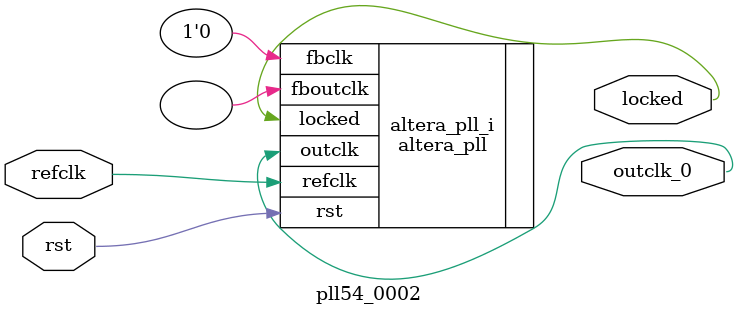
<source format=v>
`timescale 1ns/10ps
module  pll54_0002(

	// interface 'refclk'
	input wire refclk,

	// interface 'reset'
	input wire rst,

	// interface 'outclk0'
	output wire outclk_0,

	// interface 'locked'
	output wire locked
);

	altera_pll #(
		.fractional_vco_multiplier("false"),
		.reference_clock_frequency("50.0 MHz"),
		.operation_mode("direct"),
		.number_of_clocks(1),
		.output_clock_frequency0("54.000000 MHz"),
		.phase_shift0("0 ps"),
		.duty_cycle0(50),
		.output_clock_frequency1("0 MHz"),
		.phase_shift1("0 ps"),
		.duty_cycle1(50),
		.output_clock_frequency2("0 MHz"),
		.phase_shift2("0 ps"),
		.duty_cycle2(50),
		.output_clock_frequency3("0 MHz"),
		.phase_shift3("0 ps"),
		.duty_cycle3(50),
		.output_clock_frequency4("0 MHz"),
		.phase_shift4("0 ps"),
		.duty_cycle4(50),
		.output_clock_frequency5("0 MHz"),
		.phase_shift5("0 ps"),
		.duty_cycle5(50),
		.output_clock_frequency6("0 MHz"),
		.phase_shift6("0 ps"),
		.duty_cycle6(50),
		.output_clock_frequency7("0 MHz"),
		.phase_shift7("0 ps"),
		.duty_cycle7(50),
		.output_clock_frequency8("0 MHz"),
		.phase_shift8("0 ps"),
		.duty_cycle8(50),
		.output_clock_frequency9("0 MHz"),
		.phase_shift9("0 ps"),
		.duty_cycle9(50),
		.output_clock_frequency10("0 MHz"),
		.phase_shift10("0 ps"),
		.duty_cycle10(50),
		.output_clock_frequency11("0 MHz"),
		.phase_shift11("0 ps"),
		.duty_cycle11(50),
		.output_clock_frequency12("0 MHz"),
		.phase_shift12("0 ps"),
		.duty_cycle12(50),
		.output_clock_frequency13("0 MHz"),
		.phase_shift13("0 ps"),
		.duty_cycle13(50),
		.output_clock_frequency14("0 MHz"),
		.phase_shift14("0 ps"),
		.duty_cycle14(50),
		.output_clock_frequency15("0 MHz"),
		.phase_shift15("0 ps"),
		.duty_cycle15(50),
		.output_clock_frequency16("0 MHz"),
		.phase_shift16("0 ps"),
		.duty_cycle16(50),
		.output_clock_frequency17("0 MHz"),
		.phase_shift17("0 ps"),
		.duty_cycle17(50),
		.pll_type("General"),
		.pll_subtype("General")
	) altera_pll_i (
		.rst	(rst),
		.outclk	({outclk_0}),
		.locked	(locked),
		.fboutclk	( ),
		.fbclk	(1'b0),
		.refclk	(refclk)
	);
endmodule


</source>
